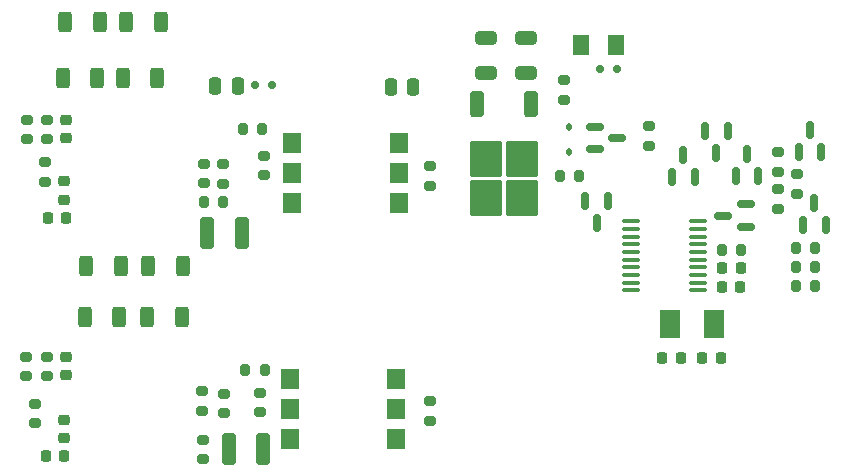
<source format=gbr>
%TF.GenerationSoftware,KiCad,Pcbnew,9.0.4*%
%TF.CreationDate,2026-01-11T17:22:50-08:00*%
%TF.ProjectId,2026Precharge,32303236-5072-4656-9368-617267652e6b,rev?*%
%TF.SameCoordinates,Original*%
%TF.FileFunction,Paste,Top*%
%TF.FilePolarity,Positive*%
%FSLAX46Y46*%
G04 Gerber Fmt 4.6, Leading zero omitted, Abs format (unit mm)*
G04 Created by KiCad (PCBNEW 9.0.4) date 2026-01-11 17:22:50*
%MOMM*%
%LPD*%
G01*
G04 APERTURE LIST*
G04 Aperture macros list*
%AMRoundRect*
0 Rectangle with rounded corners*
0 $1 Rounding radius*
0 $2 $3 $4 $5 $6 $7 $8 $9 X,Y pos of 4 corners*
0 Add a 4 corners polygon primitive as box body*
4,1,4,$2,$3,$4,$5,$6,$7,$8,$9,$2,$3,0*
0 Add four circle primitives for the rounded corners*
1,1,$1+$1,$2,$3*
1,1,$1+$1,$4,$5*
1,1,$1+$1,$6,$7*
1,1,$1+$1,$8,$9*
0 Add four rect primitives between the rounded corners*
20,1,$1+$1,$2,$3,$4,$5,0*
20,1,$1+$1,$4,$5,$6,$7,0*
20,1,$1+$1,$6,$7,$8,$9,0*
20,1,$1+$1,$8,$9,$2,$3,0*%
G04 Aperture macros list end*
%ADD10RoundRect,0.150000X-0.150000X-0.200000X0.150000X-0.200000X0.150000X0.200000X-0.150000X0.200000X0*%
%ADD11RoundRect,0.225000X0.225000X0.250000X-0.225000X0.250000X-0.225000X-0.250000X0.225000X-0.250000X0*%
%ADD12RoundRect,0.150000X0.150000X-0.587500X0.150000X0.587500X-0.150000X0.587500X-0.150000X-0.587500X0*%
%ADD13RoundRect,0.225000X-0.250000X0.225000X-0.250000X-0.225000X0.250000X-0.225000X0.250000X0.225000X0*%
%ADD14RoundRect,0.200000X-0.275000X0.200000X-0.275000X-0.200000X0.275000X-0.200000X0.275000X0.200000X0*%
%ADD15RoundRect,0.225000X-0.225000X-0.250000X0.225000X-0.250000X0.225000X0.250000X-0.225000X0.250000X0*%
%ADD16RoundRect,0.200000X0.275000X-0.200000X0.275000X0.200000X-0.275000X0.200000X-0.275000X-0.200000X0*%
%ADD17RoundRect,0.250000X-0.325000X-1.100000X0.325000X-1.100000X0.325000X1.100000X-0.325000X1.100000X0*%
%ADD18RoundRect,0.250000X0.250000X0.475000X-0.250000X0.475000X-0.250000X-0.475000X0.250000X-0.475000X0*%
%ADD19RoundRect,0.150000X-0.150000X0.587500X-0.150000X-0.587500X0.150000X-0.587500X0.150000X0.587500X0*%
%ADD20RoundRect,0.250000X-0.312500X-0.625000X0.312500X-0.625000X0.312500X0.625000X-0.312500X0.625000X0*%
%ADD21RoundRect,0.200000X-0.200000X-0.275000X0.200000X-0.275000X0.200000X0.275000X-0.200000X0.275000X0*%
%ADD22RoundRect,0.150000X0.150000X0.200000X-0.150000X0.200000X-0.150000X-0.200000X0.150000X-0.200000X0*%
%ADD23RoundRect,0.112500X0.112500X-0.187500X0.112500X0.187500X-0.112500X0.187500X-0.112500X-0.187500X0*%
%ADD24RoundRect,0.250000X0.312500X0.625000X-0.312500X0.625000X-0.312500X-0.625000X0.312500X-0.625000X0*%
%ADD25RoundRect,0.250000X0.650000X-0.325000X0.650000X0.325000X-0.650000X0.325000X-0.650000X-0.325000X0*%
%ADD26RoundRect,0.150000X-0.587500X-0.150000X0.587500X-0.150000X0.587500X0.150000X-0.587500X0.150000X0*%
%ADD27RoundRect,0.250000X-0.650000X0.325000X-0.650000X-0.325000X0.650000X-0.325000X0.650000X0.325000X0*%
%ADD28RoundRect,0.250000X-1.125000X1.275000X-1.125000X-1.275000X1.125000X-1.275000X1.125000X1.275000X0*%
%ADD29RoundRect,0.250000X-0.350000X0.850000X-0.350000X-0.850000X0.350000X-0.850000X0.350000X0.850000X0*%
%ADD30RoundRect,0.200000X0.200000X0.275000X-0.200000X0.275000X-0.200000X-0.275000X0.200000X-0.275000X0*%
%ADD31RoundRect,0.100000X0.637500X0.100000X-0.637500X0.100000X-0.637500X-0.100000X0.637500X-0.100000X0*%
%ADD32RoundRect,0.150000X0.587500X0.150000X-0.587500X0.150000X-0.587500X-0.150000X0.587500X-0.150000X0*%
%ADD33RoundRect,0.250001X-0.462499X-0.624999X0.462499X-0.624999X0.462499X0.624999X-0.462499X0.624999X0*%
%ADD34R,1.700000X2.400000*%
%ADD35R,1.520000X1.780000*%
G04 APERTURE END LIST*
D10*
%TO.C,D1*%
X169977500Y-116790000D03*
X168577500Y-116790000D03*
%TD*%
D11*
%TO.C,C3*%
X123192500Y-149602500D03*
X121642500Y-149602500D03*
%TD*%
D12*
%TO.C,Q2*%
X174667500Y-125940000D03*
X176567500Y-125940000D03*
X175617500Y-124065000D03*
%TD*%
D13*
%TO.C,C5*%
X123175000Y-126325000D03*
X123175000Y-127875000D03*
%TD*%
D14*
%TO.C,R20*%
X139770000Y-144235000D03*
X139770000Y-145885000D03*
%TD*%
D13*
%TO.C,C7*%
X123192500Y-146502500D03*
X123192500Y-148052500D03*
%TD*%
D15*
%TO.C,C9*%
X178915000Y-133700000D03*
X180465000Y-133700000D03*
%TD*%
D12*
%TO.C,Q3*%
X185757500Y-130047500D03*
X187657500Y-130047500D03*
X186707500Y-128172500D03*
%TD*%
D16*
%TO.C,R17*%
X136625000Y-126525000D03*
X136625000Y-124875000D03*
%TD*%
D14*
%TO.C,R11*%
X119942500Y-141165000D03*
X119942500Y-142815000D03*
%TD*%
D12*
%TO.C,Q4*%
X180065000Y-125890000D03*
X181965000Y-125890000D03*
X181015000Y-124015000D03*
%TD*%
D17*
%TO.C,CL2*%
X135287500Y-130700000D03*
X138237500Y-130700000D03*
%TD*%
D18*
%TO.C,C2*%
X137890000Y-118290000D03*
X135990000Y-118290000D03*
%TD*%
D16*
%TO.C,R14*%
X165540000Y-119415000D03*
X165540000Y-117765000D03*
%TD*%
D19*
%TO.C,D2*%
X179350000Y-122045000D03*
X177450000Y-122045000D03*
X178400000Y-123920000D03*
%TD*%
D20*
%TO.C,R7*%
X125075000Y-133500000D03*
X128000000Y-133500000D03*
%TD*%
D14*
%TO.C,R24*%
X154170000Y-125055000D03*
X154170000Y-126705000D03*
%TD*%
D21*
%TO.C,R18*%
X165165000Y-125840000D03*
X166815000Y-125840000D03*
%TD*%
D11*
%TO.C,C10*%
X180445000Y-135280000D03*
X178895000Y-135280000D03*
%TD*%
D14*
%TO.C,RT2*%
X121775000Y-121125000D03*
X121775000Y-122775000D03*
%TD*%
D16*
%TO.C,R27*%
X172740000Y-123335000D03*
X172740000Y-121685000D03*
%TD*%
D21*
%TO.C,R23*%
X185125000Y-135200000D03*
X186775000Y-135200000D03*
%TD*%
D20*
%TO.C,R8*%
X130300000Y-133500000D03*
X133225000Y-133500000D03*
%TD*%
%TO.C,R1*%
X123290000Y-112835000D03*
X126215000Y-112835000D03*
%TD*%
D22*
%TO.C,D3*%
X139350000Y-118200000D03*
X140750000Y-118200000D03*
%TD*%
D21*
%TO.C,R12*%
X138315000Y-121930000D03*
X139965000Y-121930000D03*
%TD*%
D23*
%TO.C,D6*%
X165940000Y-123850000D03*
X165940000Y-121750000D03*
%TD*%
D11*
%TO.C,C8*%
X175395000Y-141300000D03*
X173845000Y-141300000D03*
%TD*%
D14*
%TO.C,R6*%
X120075000Y-121100000D03*
X120075000Y-122750000D03*
%TD*%
D24*
%TO.C,R10*%
X127862500Y-137800000D03*
X124937500Y-137800000D03*
%TD*%
D16*
%TO.C,RL1*%
X134910000Y-149875000D03*
X134910000Y-148225000D03*
%TD*%
D14*
%TO.C,R21*%
X120692500Y-145165000D03*
X120692500Y-146815000D03*
%TD*%
D24*
%TO.C,R3*%
X131052500Y-117610000D03*
X128127500Y-117610000D03*
%TD*%
D25*
%TO.C,C14*%
X158910000Y-117165000D03*
X158910000Y-114215000D03*
%TD*%
D13*
%TO.C,CT1*%
X123367500Y-141215000D03*
X123367500Y-142765000D03*
%TD*%
D11*
%TO.C,C4*%
X123350000Y-129400000D03*
X121800000Y-129400000D03*
%TD*%
D26*
%TO.C,Q5*%
X168115000Y-121700000D03*
X168115000Y-123600000D03*
X169990000Y-122650000D03*
%TD*%
D14*
%TO.C,R25*%
X154200000Y-144935000D03*
X154200000Y-146585000D03*
%TD*%
D15*
%TO.C,C6*%
X177225000Y-141320000D03*
X178775000Y-141320000D03*
%TD*%
D14*
%TO.C,RS2*%
X135000000Y-124850000D03*
X135000000Y-126500000D03*
%TD*%
D19*
%TO.C,Q1*%
X169212500Y-127962500D03*
X167312500Y-127962500D03*
X168262500Y-129837500D03*
%TD*%
D27*
%TO.C,C15*%
X162280000Y-114195000D03*
X162280000Y-117145000D03*
%TD*%
D14*
%TO.C,R16*%
X121550000Y-124700000D03*
X121550000Y-126350000D03*
%TD*%
D21*
%TO.C,R19*%
X185125000Y-133560000D03*
X186775000Y-133560000D03*
%TD*%
D20*
%TO.C,R2*%
X128427500Y-112835000D03*
X131352500Y-112835000D03*
%TD*%
D24*
%TO.C,R9*%
X133125000Y-137800000D03*
X130200000Y-137800000D03*
%TD*%
D12*
%TO.C,D4*%
X185390000Y-123887500D03*
X187290000Y-123887500D03*
X186340000Y-122012500D03*
%TD*%
D14*
%TO.C,R32*%
X183590000Y-127000000D03*
X183590000Y-128650000D03*
%TD*%
D21*
%TO.C,RL2*%
X135025000Y-128100000D03*
X136675000Y-128100000D03*
%TD*%
D28*
%TO.C,U8*%
X161932500Y-124425000D03*
X158882500Y-124425000D03*
X161932500Y-127775000D03*
X158882500Y-127775000D03*
D29*
X162687500Y-119800000D03*
X158127500Y-119800000D03*
%TD*%
D14*
%TO.C,RS1*%
X134870000Y-144105000D03*
X134870000Y-145755000D03*
%TD*%
D30*
%TO.C,R5*%
X186775000Y-131950000D03*
X185125000Y-131950000D03*
%TD*%
D14*
%TO.C,R26*%
X185260000Y-125715000D03*
X185260000Y-127365000D03*
%TD*%
D31*
%TO.C,U7*%
X176875000Y-135555000D03*
X176875000Y-134905000D03*
X176875000Y-134255000D03*
X176875000Y-133605000D03*
X176875000Y-132955000D03*
X176875000Y-132305000D03*
X176875000Y-131655000D03*
X176875000Y-131005000D03*
X176875000Y-130355000D03*
X176875000Y-129705000D03*
X171150000Y-129705000D03*
X171150000Y-130355000D03*
X171150000Y-131005000D03*
X171150000Y-131655000D03*
X171150000Y-132305000D03*
X171150000Y-132955000D03*
X171150000Y-133605000D03*
X171150000Y-134255000D03*
X171150000Y-134905000D03*
X171150000Y-135555000D03*
%TD*%
D21*
%TO.C,R13*%
X138505000Y-142270000D03*
X140155000Y-142270000D03*
%TD*%
D17*
%TO.C,CL1*%
X137102500Y-148970000D03*
X140052500Y-148970000D03*
%TD*%
D21*
%TO.C,R30*%
X178870000Y-132110000D03*
X180520000Y-132110000D03*
%TD*%
D16*
%TO.C,R22*%
X136740000Y-145975000D03*
X136740000Y-144325000D03*
%TD*%
D32*
%TO.C,Q6*%
X180880000Y-130180000D03*
X180880000Y-128280000D03*
X179005000Y-129230000D03*
%TD*%
D33*
%TO.C,F7*%
X166965000Y-114790000D03*
X169940000Y-114790000D03*
%TD*%
D13*
%TO.C,CT2*%
X123350000Y-121150000D03*
X123350000Y-122700000D03*
%TD*%
D34*
%TO.C,X1*%
X174480000Y-138370000D03*
X178180000Y-138370000D03*
%TD*%
D35*
%TO.C,U4*%
X142297500Y-143072500D03*
X142297500Y-145612500D03*
X142297500Y-148152500D03*
X151307500Y-148152500D03*
X151307500Y-145612500D03*
X151307500Y-143072500D03*
%TD*%
D16*
%TO.C,R31*%
X183640000Y-125525000D03*
X183640000Y-123875000D03*
%TD*%
D35*
%TO.C,U1*%
X142495000Y-123085000D03*
X142495000Y-125625000D03*
X142495000Y-128165000D03*
X151505000Y-128165000D03*
X151505000Y-125625000D03*
X151505000Y-123085000D03*
%TD*%
D14*
%TO.C,RT1*%
X121692500Y-141165000D03*
X121692500Y-142815000D03*
%TD*%
D24*
%TO.C,R4*%
X126002500Y-117610000D03*
X123077500Y-117610000D03*
%TD*%
D18*
%TO.C,C1*%
X152760000Y-118380000D03*
X150860000Y-118380000D03*
%TD*%
D14*
%TO.C,R15*%
X140100000Y-124155000D03*
X140100000Y-125805000D03*
%TD*%
M02*

</source>
